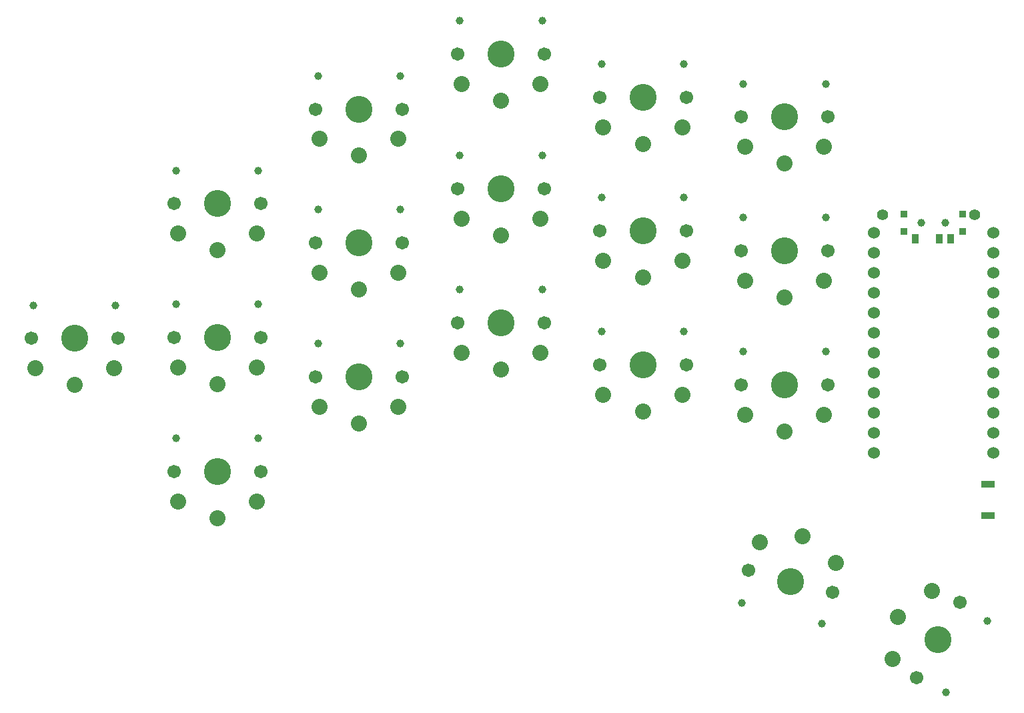
<source format=gbr>
%TF.GenerationSoftware,KiCad,Pcbnew,(6.0.2-0)*%
%TF.CreationDate,2022-03-18T22:26:56-05:00*%
%TF.ProjectId,Exkeylibur,45786b65-796c-4696-9275-722e6b696361,rev?*%
%TF.SameCoordinates,Original*%
%TF.FileFunction,Soldermask,Bot*%
%TF.FilePolarity,Negative*%
%FSLAX46Y46*%
G04 Gerber Fmt 4.6, Leading zero omitted, Abs format (unit mm)*
G04 Created by KiCad (PCBNEW (6.0.2-0)) date 2022-03-18 22:26:56*
%MOMM*%
%LPD*%
G01*
G04 APERTURE LIST*
%ADD10C,1.524000*%
%ADD11C,3.429000*%
%ADD12C,0.990600*%
%ADD13C,1.701800*%
%ADD14C,2.032000*%
%ADD15C,1.397000*%
%ADD16C,1.000000*%
%ADD17R,0.900000X1.250000*%
%ADD18R,0.900000X0.900000*%
%ADD19R,1.700000X0.900000*%
G04 APERTURE END LIST*
D10*
%TO.C,U1*%
X131092558Y-52716000D03*
X131092558Y-55256000D03*
X131092558Y-57796000D03*
X131092558Y-60336000D03*
X131092558Y-62876000D03*
X131092558Y-65416000D03*
X131092558Y-67956000D03*
X131092558Y-70496000D03*
X131092558Y-73036000D03*
X131092558Y-75576000D03*
X131092558Y-78116000D03*
X131092558Y-80656000D03*
X146312558Y-80656000D03*
X146312558Y-78116000D03*
X146312558Y-75576000D03*
X146312558Y-73036000D03*
X146312558Y-70496000D03*
X146312558Y-67956000D03*
X146312558Y-65416000D03*
X146312558Y-62876000D03*
X146312558Y-60336000D03*
X146312558Y-57796000D03*
X146312558Y-55256000D03*
X146312558Y-52716000D03*
%TD*%
D11*
%TO.C,SW16*%
X83795535Y-64151212D03*
D12*
X89015535Y-59951212D03*
D13*
X89295535Y-64151212D03*
D12*
X78575535Y-59951212D03*
D13*
X78295535Y-64151212D03*
D14*
X83795535Y-70051212D03*
X88795535Y-67951212D03*
X78795535Y-67951212D03*
%TD*%
%TO.C,SW7*%
X116684308Y-92001812D03*
X126343567Y-94590002D03*
X122057457Y-91267463D03*
D12*
X114401252Y-99672278D03*
D13*
X115217833Y-95542920D03*
X125843017Y-98389930D03*
D11*
X120530425Y-96966425D03*
D12*
X124485518Y-102374349D03*
%TD*%
%TO.C,SW15*%
X71015535Y-66809212D03*
X60575535Y-66809212D03*
D11*
X65795535Y-71009212D03*
D13*
X60295535Y-71009212D03*
X71295535Y-71009212D03*
D14*
X65795535Y-76909212D03*
X70795535Y-74809212D03*
X60795535Y-74809212D03*
%TD*%
D12*
%TO.C,SW13*%
X24440425Y-61916425D03*
D13*
X35160425Y-66116425D03*
D12*
X34880425Y-61916425D03*
D13*
X24160425Y-66116425D03*
D11*
X29660425Y-66116425D03*
D14*
X29660425Y-72016425D03*
X24660425Y-69916425D03*
X34660425Y-69916425D03*
%TD*%
D13*
%TO.C,SW17*%
X96295535Y-69485212D03*
D12*
X96575535Y-65285212D03*
D11*
X101795535Y-69485212D03*
D13*
X107295535Y-69485212D03*
D12*
X107015535Y-65285212D03*
D14*
X101795535Y-75385212D03*
X96795535Y-73285212D03*
X106795535Y-73285212D03*
%TD*%
D11*
%TO.C,SW18*%
X119775535Y-72025212D03*
D12*
X124995535Y-67825212D03*
D13*
X114275535Y-72025212D03*
X125275535Y-72025212D03*
D12*
X114555535Y-67825212D03*
D14*
X119775535Y-77925212D03*
X114775535Y-75825212D03*
X124775535Y-75825212D03*
%TD*%
D11*
%TO.C,SW4*%
X83795535Y-30017212D03*
D12*
X78575535Y-25817212D03*
D13*
X89295535Y-30017212D03*
X78295535Y-30017212D03*
D12*
X89015535Y-25817212D03*
D14*
X83795535Y-35917212D03*
X88795535Y-33817212D03*
X78795535Y-33817212D03*
%TD*%
D12*
%TO.C,SW3*%
X60575535Y-32817212D03*
X71015535Y-32817212D03*
D13*
X71295535Y-37017212D03*
D11*
X65795535Y-37017212D03*
D13*
X60295535Y-37017212D03*
D14*
X65795535Y-42917212D03*
X70795535Y-40817212D03*
X60795535Y-40817212D03*
%TD*%
D11*
%TO.C,SW9*%
X65795535Y-53991212D03*
D12*
X71015535Y-49791212D03*
D13*
X71295535Y-53991212D03*
X60295535Y-53991212D03*
D12*
X60575535Y-49791212D03*
D14*
X65795535Y-59891212D03*
X60795535Y-57791212D03*
X70795535Y-57791212D03*
%TD*%
D11*
%TO.C,SW14*%
X47795535Y-83017212D03*
D13*
X53295535Y-83017212D03*
X42295535Y-83017212D03*
D12*
X42575535Y-78817212D03*
X53015535Y-78817212D03*
D14*
X47795535Y-88917212D03*
X52795535Y-86817212D03*
X42795535Y-86817212D03*
%TD*%
D11*
%TO.C,SW12*%
X119775535Y-55007212D03*
D13*
X125275535Y-55007212D03*
X114275535Y-55007212D03*
D12*
X124995535Y-50807212D03*
X114555535Y-50807212D03*
D14*
X119775535Y-60907212D03*
X124775535Y-58807212D03*
X114775535Y-58807212D03*
%TD*%
D13*
%TO.C,SW11*%
X96295535Y-52467212D03*
D11*
X101795535Y-52467212D03*
D12*
X107015535Y-48267212D03*
X96575535Y-48267212D03*
D13*
X107295535Y-52467212D03*
D14*
X101795535Y-58367212D03*
X96795535Y-56267212D03*
X106795535Y-56267212D03*
%TD*%
D13*
%TO.C,SW8*%
X42295535Y-66017212D03*
D12*
X42575535Y-61817212D03*
D13*
X53295535Y-66017212D03*
D11*
X47795535Y-66017212D03*
D12*
X53015535Y-61817212D03*
D14*
X47795535Y-71917212D03*
X42795535Y-69817212D03*
X52795535Y-69817212D03*
%TD*%
D12*
%TO.C,SW6*%
X125015535Y-33817212D03*
X114575535Y-33817212D03*
D11*
X119795535Y-38017212D03*
D13*
X125295535Y-38017212D03*
X114295535Y-38017212D03*
D14*
X119795535Y-43917212D03*
X124795535Y-41817212D03*
X114795535Y-41817212D03*
%TD*%
D13*
%TO.C,SW5*%
X96295535Y-35517212D03*
D12*
X107015535Y-31317212D03*
X96575535Y-31317212D03*
D13*
X107295535Y-35517212D03*
D11*
X101795535Y-35517212D03*
D14*
X101795535Y-41417212D03*
X96795535Y-39317212D03*
X106795535Y-39317212D03*
%TD*%
D13*
%TO.C,SW2*%
X53295535Y-49017212D03*
D12*
X42575535Y-44817212D03*
D13*
X42295535Y-49017212D03*
D11*
X47795535Y-49017212D03*
D12*
X53015535Y-44817212D03*
D14*
X47795535Y-54917212D03*
X42795535Y-52817212D03*
X52795535Y-52817212D03*
%TD*%
D12*
%TO.C,SW10*%
X89015535Y-42933212D03*
D11*
X83795535Y-47133212D03*
D12*
X78575535Y-42933212D03*
D13*
X78295535Y-47133212D03*
X89295535Y-47133212D03*
D14*
X83795535Y-53033212D03*
X88795535Y-50933212D03*
X78795535Y-50933212D03*
%TD*%
D15*
%TO.C,BT_V1*%
X143905535Y-50435212D03*
%TD*%
%TO.C,BT_GND1*%
X132221535Y-50435212D03*
%TD*%
D16*
%TO.C,PWR_SW1*%
X140150425Y-51448925D03*
X137150425Y-51448925D03*
%TD*%
D13*
%TO.C,SW1*%
X142030425Y-99643285D03*
D12*
X140307732Y-111027078D03*
D13*
X136530425Y-109169565D03*
D12*
X145527732Y-101985772D03*
D11*
X139280425Y-104406425D03*
D14*
X134170875Y-101456425D03*
X138489528Y-98176298D03*
X133489528Y-106836552D03*
%TD*%
D17*
%TO.C,PWR_SW1*%
X140897158Y-53521000D03*
X139397158Y-53521000D03*
X136397158Y-53521000D03*
D18*
X134947158Y-52546000D03*
X142347158Y-50346000D03*
X134947158Y-50346000D03*
X142347158Y-52546000D03*
D16*
X137147158Y-51446000D03*
X140147158Y-51446000D03*
%TD*%
D19*
%TO.C,RSW1*%
X145580425Y-88626425D03*
X145580425Y-84626425D03*
%TD*%
M02*

</source>
